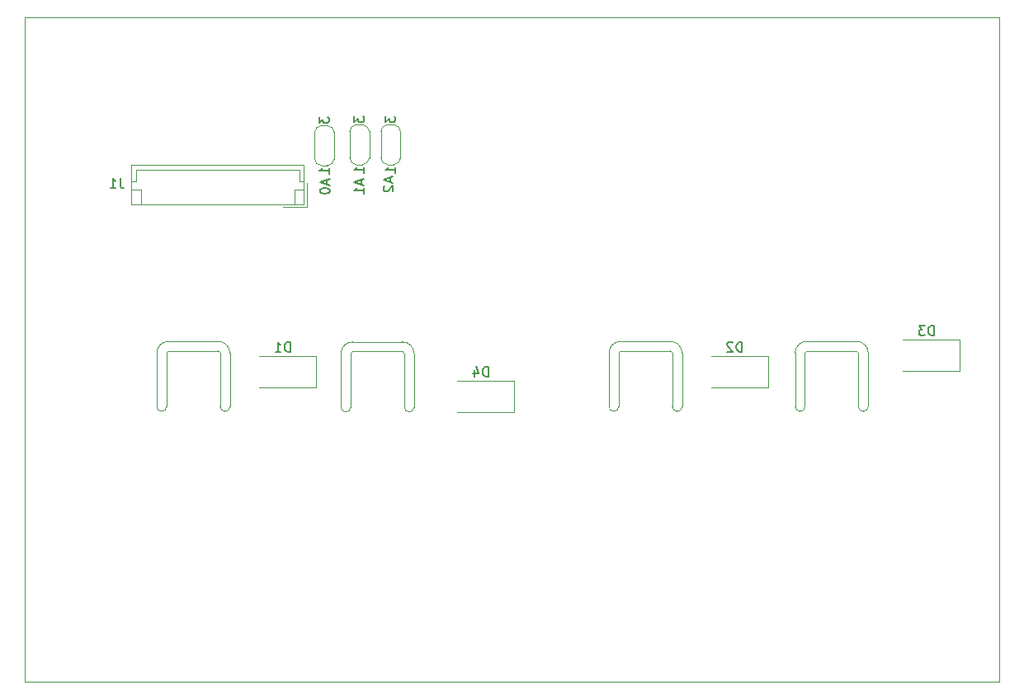
<source format=gbr>
%TF.GenerationSoftware,KiCad,Pcbnew,8.0.5*%
%TF.CreationDate,2025-03-13T20:37:10+01:00*%
%TF.ProjectId,esp32_blinds_controller,65737033-325f-4626-9c69-6e64735f636f,V0.2*%
%TF.SameCoordinates,Original*%
%TF.FileFunction,Legend,Bot*%
%TF.FilePolarity,Positive*%
%FSLAX46Y46*%
G04 Gerber Fmt 4.6, Leading zero omitted, Abs format (unit mm)*
G04 Created by KiCad (PCBNEW 8.0.5) date 2025-03-13 20:37:10*
%MOMM*%
%LPD*%
G01*
G04 APERTURE LIST*
%ADD10C,0.150000*%
%ADD11C,0.120000*%
%TA.AperFunction,Profile*%
%ADD12C,0.050000*%
%TD*%
%TA.AperFunction,Profile*%
%ADD13C,0.120000*%
%TD*%
G04 APERTURE END LIST*
D10*
X135669104Y-79785714D02*
X135669104Y-80261904D01*
X135954819Y-79690476D02*
X134954819Y-80023809D01*
X134954819Y-80023809D02*
X135954819Y-80357142D01*
X135954819Y-81214285D02*
X135954819Y-80642857D01*
X135954819Y-80928571D02*
X134954819Y-80928571D01*
X134954819Y-80928571D02*
X135097676Y-80833333D01*
X135097676Y-80833333D02*
X135192914Y-80738095D01*
X135192914Y-80738095D02*
X135240533Y-80642857D01*
X135954819Y-79085714D02*
X135954819Y-78514286D01*
X135954819Y-78800000D02*
X134954819Y-78800000D01*
X134954819Y-78800000D02*
X135097676Y-78704762D01*
X135097676Y-78704762D02*
X135192914Y-78609524D01*
X135192914Y-78609524D02*
X135240533Y-78514286D01*
X134954819Y-73266667D02*
X134954819Y-73885714D01*
X134954819Y-73885714D02*
X135335771Y-73552381D01*
X135335771Y-73552381D02*
X135335771Y-73695238D01*
X135335771Y-73695238D02*
X135383390Y-73790476D01*
X135383390Y-73790476D02*
X135431009Y-73838095D01*
X135431009Y-73838095D02*
X135526247Y-73885714D01*
X135526247Y-73885714D02*
X135764342Y-73885714D01*
X135764342Y-73885714D02*
X135859580Y-73838095D01*
X135859580Y-73838095D02*
X135907200Y-73790476D01*
X135907200Y-73790476D02*
X135954819Y-73695238D01*
X135954819Y-73695238D02*
X135954819Y-73409524D01*
X135954819Y-73409524D02*
X135907200Y-73314286D01*
X135907200Y-73314286D02*
X135859580Y-73266667D01*
X128373094Y-97469819D02*
X128373094Y-96469819D01*
X128373094Y-96469819D02*
X128134999Y-96469819D01*
X128134999Y-96469819D02*
X127992142Y-96517438D01*
X127992142Y-96517438D02*
X127896904Y-96612676D01*
X127896904Y-96612676D02*
X127849285Y-96707914D01*
X127849285Y-96707914D02*
X127801666Y-96898390D01*
X127801666Y-96898390D02*
X127801666Y-97041247D01*
X127801666Y-97041247D02*
X127849285Y-97231723D01*
X127849285Y-97231723D02*
X127896904Y-97326961D01*
X127896904Y-97326961D02*
X127992142Y-97422200D01*
X127992142Y-97422200D02*
X128134999Y-97469819D01*
X128134999Y-97469819D02*
X128373094Y-97469819D01*
X126849285Y-97469819D02*
X127420713Y-97469819D01*
X127134999Y-97469819D02*
X127134999Y-96469819D01*
X127134999Y-96469819D02*
X127230237Y-96612676D01*
X127230237Y-96612676D02*
X127325475Y-96707914D01*
X127325475Y-96707914D02*
X127420713Y-96755533D01*
X132169104Y-79785714D02*
X132169104Y-80261904D01*
X132454819Y-79690476D02*
X131454819Y-80023809D01*
X131454819Y-80023809D02*
X132454819Y-80357142D01*
X131454819Y-80880952D02*
X131454819Y-80976190D01*
X131454819Y-80976190D02*
X131502438Y-81071428D01*
X131502438Y-81071428D02*
X131550057Y-81119047D01*
X131550057Y-81119047D02*
X131645295Y-81166666D01*
X131645295Y-81166666D02*
X131835771Y-81214285D01*
X131835771Y-81214285D02*
X132073866Y-81214285D01*
X132073866Y-81214285D02*
X132264342Y-81166666D01*
X132264342Y-81166666D02*
X132359580Y-81119047D01*
X132359580Y-81119047D02*
X132407200Y-81071428D01*
X132407200Y-81071428D02*
X132454819Y-80976190D01*
X132454819Y-80976190D02*
X132454819Y-80880952D01*
X132454819Y-80880952D02*
X132407200Y-80785714D01*
X132407200Y-80785714D02*
X132359580Y-80738095D01*
X132359580Y-80738095D02*
X132264342Y-80690476D01*
X132264342Y-80690476D02*
X132073866Y-80642857D01*
X132073866Y-80642857D02*
X131835771Y-80642857D01*
X131835771Y-80642857D02*
X131645295Y-80690476D01*
X131645295Y-80690476D02*
X131550057Y-80738095D01*
X131550057Y-80738095D02*
X131502438Y-80785714D01*
X131502438Y-80785714D02*
X131454819Y-80880952D01*
X132354819Y-79185714D02*
X132354819Y-78614286D01*
X132354819Y-78900000D02*
X131354819Y-78900000D01*
X131354819Y-78900000D02*
X131497676Y-78804762D01*
X131497676Y-78804762D02*
X131592914Y-78709524D01*
X131592914Y-78709524D02*
X131640533Y-78614286D01*
X131354819Y-73366667D02*
X131354819Y-73985714D01*
X131354819Y-73985714D02*
X131735771Y-73652381D01*
X131735771Y-73652381D02*
X131735771Y-73795238D01*
X131735771Y-73795238D02*
X131783390Y-73890476D01*
X131783390Y-73890476D02*
X131831009Y-73938095D01*
X131831009Y-73938095D02*
X131926247Y-73985714D01*
X131926247Y-73985714D02*
X132164342Y-73985714D01*
X132164342Y-73985714D02*
X132259580Y-73938095D01*
X132259580Y-73938095D02*
X132307200Y-73890476D01*
X132307200Y-73890476D02*
X132354819Y-73795238D01*
X132354819Y-73795238D02*
X132354819Y-73509524D01*
X132354819Y-73509524D02*
X132307200Y-73414286D01*
X132307200Y-73414286D02*
X132259580Y-73366667D01*
X194413094Y-95794819D02*
X194413094Y-94794819D01*
X194413094Y-94794819D02*
X194174999Y-94794819D01*
X194174999Y-94794819D02*
X194032142Y-94842438D01*
X194032142Y-94842438D02*
X193936904Y-94937676D01*
X193936904Y-94937676D02*
X193889285Y-95032914D01*
X193889285Y-95032914D02*
X193841666Y-95223390D01*
X193841666Y-95223390D02*
X193841666Y-95366247D01*
X193841666Y-95366247D02*
X193889285Y-95556723D01*
X193889285Y-95556723D02*
X193936904Y-95651961D01*
X193936904Y-95651961D02*
X194032142Y-95747200D01*
X194032142Y-95747200D02*
X194174999Y-95794819D01*
X194174999Y-95794819D02*
X194413094Y-95794819D01*
X193508332Y-94794819D02*
X192889285Y-94794819D01*
X192889285Y-94794819D02*
X193222618Y-95175771D01*
X193222618Y-95175771D02*
X193079761Y-95175771D01*
X193079761Y-95175771D02*
X192984523Y-95223390D01*
X192984523Y-95223390D02*
X192936904Y-95271009D01*
X192936904Y-95271009D02*
X192889285Y-95366247D01*
X192889285Y-95366247D02*
X192889285Y-95604342D01*
X192889285Y-95604342D02*
X192936904Y-95699580D01*
X192936904Y-95699580D02*
X192984523Y-95747200D01*
X192984523Y-95747200D02*
X193079761Y-95794819D01*
X193079761Y-95794819D02*
X193365475Y-95794819D01*
X193365475Y-95794819D02*
X193460713Y-95747200D01*
X193460713Y-95747200D02*
X193508332Y-95699580D01*
X148693094Y-100009819D02*
X148693094Y-99009819D01*
X148693094Y-99009819D02*
X148454999Y-99009819D01*
X148454999Y-99009819D02*
X148312142Y-99057438D01*
X148312142Y-99057438D02*
X148216904Y-99152676D01*
X148216904Y-99152676D02*
X148169285Y-99247914D01*
X148169285Y-99247914D02*
X148121666Y-99438390D01*
X148121666Y-99438390D02*
X148121666Y-99581247D01*
X148121666Y-99581247D02*
X148169285Y-99771723D01*
X148169285Y-99771723D02*
X148216904Y-99866961D01*
X148216904Y-99866961D02*
X148312142Y-99962200D01*
X148312142Y-99962200D02*
X148454999Y-100009819D01*
X148454999Y-100009819D02*
X148693094Y-100009819D01*
X147264523Y-99343152D02*
X147264523Y-100009819D01*
X147502618Y-98962200D02*
X147740713Y-99676485D01*
X147740713Y-99676485D02*
X147121666Y-99676485D01*
X110933333Y-79654819D02*
X110933333Y-80369104D01*
X110933333Y-80369104D02*
X110980952Y-80511961D01*
X110980952Y-80511961D02*
X111076190Y-80607200D01*
X111076190Y-80607200D02*
X111219047Y-80654819D01*
X111219047Y-80654819D02*
X111314285Y-80654819D01*
X109933333Y-80654819D02*
X110504761Y-80654819D01*
X110219047Y-80654819D02*
X110219047Y-79654819D01*
X110219047Y-79654819D02*
X110314285Y-79797676D01*
X110314285Y-79797676D02*
X110409523Y-79892914D01*
X110409523Y-79892914D02*
X110504761Y-79940533D01*
X138669104Y-79585714D02*
X138669104Y-80061904D01*
X138954819Y-79490476D02*
X137954819Y-79823809D01*
X137954819Y-79823809D02*
X138954819Y-80157142D01*
X138050057Y-80442857D02*
X138002438Y-80490476D01*
X138002438Y-80490476D02*
X137954819Y-80585714D01*
X137954819Y-80585714D02*
X137954819Y-80823809D01*
X137954819Y-80823809D02*
X138002438Y-80919047D01*
X138002438Y-80919047D02*
X138050057Y-80966666D01*
X138050057Y-80966666D02*
X138145295Y-81014285D01*
X138145295Y-81014285D02*
X138240533Y-81014285D01*
X138240533Y-81014285D02*
X138383390Y-80966666D01*
X138383390Y-80966666D02*
X138954819Y-80395238D01*
X138954819Y-80395238D02*
X138954819Y-81014285D01*
X139154819Y-79085714D02*
X139154819Y-78514286D01*
X139154819Y-78800000D02*
X138154819Y-78800000D01*
X138154819Y-78800000D02*
X138297676Y-78704762D01*
X138297676Y-78704762D02*
X138392914Y-78609524D01*
X138392914Y-78609524D02*
X138440533Y-78514286D01*
X138154819Y-73266667D02*
X138154819Y-73885714D01*
X138154819Y-73885714D02*
X138535771Y-73552381D01*
X138535771Y-73552381D02*
X138535771Y-73695238D01*
X138535771Y-73695238D02*
X138583390Y-73790476D01*
X138583390Y-73790476D02*
X138631009Y-73838095D01*
X138631009Y-73838095D02*
X138726247Y-73885714D01*
X138726247Y-73885714D02*
X138964342Y-73885714D01*
X138964342Y-73885714D02*
X139059580Y-73838095D01*
X139059580Y-73838095D02*
X139107200Y-73790476D01*
X139107200Y-73790476D02*
X139154819Y-73695238D01*
X139154819Y-73695238D02*
X139154819Y-73409524D01*
X139154819Y-73409524D02*
X139107200Y-73314286D01*
X139107200Y-73314286D02*
X139059580Y-73266667D01*
X174738094Y-97469819D02*
X174738094Y-96469819D01*
X174738094Y-96469819D02*
X174499999Y-96469819D01*
X174499999Y-96469819D02*
X174357142Y-96517438D01*
X174357142Y-96517438D02*
X174261904Y-96612676D01*
X174261904Y-96612676D02*
X174214285Y-96707914D01*
X174214285Y-96707914D02*
X174166666Y-96898390D01*
X174166666Y-96898390D02*
X174166666Y-97041247D01*
X174166666Y-97041247D02*
X174214285Y-97231723D01*
X174214285Y-97231723D02*
X174261904Y-97326961D01*
X174261904Y-97326961D02*
X174357142Y-97422200D01*
X174357142Y-97422200D02*
X174499999Y-97469819D01*
X174499999Y-97469819D02*
X174738094Y-97469819D01*
X173785713Y-96565057D02*
X173738094Y-96517438D01*
X173738094Y-96517438D02*
X173642856Y-96469819D01*
X173642856Y-96469819D02*
X173404761Y-96469819D01*
X173404761Y-96469819D02*
X173309523Y-96517438D01*
X173309523Y-96517438D02*
X173261904Y-96565057D01*
X173261904Y-96565057D02*
X173214285Y-96660295D01*
X173214285Y-96660295D02*
X173214285Y-96755533D01*
X173214285Y-96755533D02*
X173261904Y-96898390D01*
X173261904Y-96898390D02*
X173833332Y-97469819D01*
X173833332Y-97469819D02*
X173214285Y-97469819D01*
D11*
%TO.C,A1*%
X134500000Y-77600000D02*
X134500000Y-74800000D01*
X135200000Y-74150000D02*
X135800000Y-74150000D01*
X135800000Y-78250000D02*
X135200000Y-78250000D01*
X136500000Y-74800000D02*
X136500000Y-77600000D01*
X134500000Y-74850000D02*
G75*
G02*
X135200000Y-74150000I700000J0D01*
G01*
X135200000Y-78250000D02*
G75*
G02*
X134500000Y-77550000I-1J699999D01*
G01*
X135800000Y-74150000D02*
G75*
G02*
X136500000Y-74850000I0J-700000D01*
G01*
X136500000Y-77550000D02*
G75*
G02*
X135800000Y-78250000I-699999J-1D01*
G01*
%TO.C,D1*%
X125235000Y-101125000D02*
X131045000Y-101125000D01*
X131045000Y-97905000D02*
X125235000Y-97905000D01*
X131045000Y-101125000D02*
X131045000Y-97905000D01*
%TO.C,A0*%
X130900000Y-77700000D02*
X130900000Y-74900000D01*
X131600000Y-74250000D02*
X132200000Y-74250000D01*
X132200000Y-78350000D02*
X131600000Y-78350000D01*
X132900000Y-74900000D02*
X132900000Y-77700000D01*
X130900000Y-74950000D02*
G75*
G02*
X131600000Y-74250000I700000J0D01*
G01*
X131600000Y-78350000D02*
G75*
G02*
X130900000Y-77650000I-1J699999D01*
G01*
X132200000Y-74250000D02*
G75*
G02*
X132900000Y-74950000I0J-700000D01*
G01*
X132900000Y-77650000D02*
G75*
G02*
X132200000Y-78350000I-699999J-1D01*
G01*
%TO.C,D3*%
X191275000Y-99450000D02*
X197085000Y-99450000D01*
X197085000Y-96230000D02*
X191275000Y-96230000D01*
X197085000Y-99450000D02*
X197085000Y-96230000D01*
%TO.C,D4*%
X145555000Y-103665000D02*
X151365000Y-103665000D01*
X151365000Y-100445000D02*
X145555000Y-100445000D01*
X151365000Y-103665000D02*
X151365000Y-100445000D01*
%TO.C,J1*%
X112090000Y-78290000D02*
X112090000Y-82310000D01*
X112090000Y-80000000D02*
X112590000Y-80000000D01*
X112090000Y-82310000D02*
X129810000Y-82310000D01*
X112590000Y-78790000D02*
X129310000Y-78790000D01*
X112590000Y-80000000D02*
X112590000Y-78790000D01*
X113090000Y-80810000D02*
X112090000Y-80810000D01*
X113090000Y-82310000D02*
X113090000Y-80810000D01*
X127610000Y-82610000D02*
X130110000Y-82610000D01*
X128810000Y-80810000D02*
X129810000Y-80810000D01*
X128810000Y-82310000D02*
X128810000Y-80810000D01*
X129310000Y-78790000D02*
X129310000Y-80000000D01*
X129310000Y-80000000D02*
X129810000Y-80000000D01*
X129810000Y-78290000D02*
X112090000Y-78290000D01*
X129810000Y-82310000D02*
X129810000Y-78290000D01*
X130110000Y-82610000D02*
X130110000Y-80110000D01*
%TO.C,A2*%
X137700000Y-77600000D02*
X137700000Y-74800000D01*
X138400000Y-74150000D02*
X139000000Y-74150000D01*
X139000000Y-78250000D02*
X138400000Y-78250000D01*
X139700000Y-74800000D02*
X139700000Y-77600000D01*
X137700000Y-74850000D02*
G75*
G02*
X138400000Y-74150000I700000J0D01*
G01*
X138400000Y-78250000D02*
G75*
G02*
X137700000Y-77550000I-1J699999D01*
G01*
X139000000Y-74150000D02*
G75*
G02*
X139700000Y-74850000I0J-700000D01*
G01*
X139700000Y-77550000D02*
G75*
G02*
X139000000Y-78250000I-699999J-1D01*
G01*
%TO.C,D2*%
X171600000Y-101125000D02*
X177410000Y-101125000D01*
X177410000Y-97905000D02*
X171600000Y-97905000D01*
X177410000Y-101125000D02*
X177410000Y-97905000D01*
%TD*%
D12*
X139900000Y-96448528D02*
G75*
G02*
X141099972Y-97648528I0J-1199972D01*
G01*
X167400000Y-96400000D02*
G75*
G02*
X168600000Y-97600000I0J-1200000D01*
G01*
X168600000Y-103100000D02*
G75*
G02*
X167600000Y-103100000I-500000J0D01*
G01*
X187700000Y-103100000D02*
X187700000Y-97600000D01*
X161100000Y-103100000D02*
X161100000Y-97600000D01*
X134600000Y-103148528D02*
X134600000Y-97648528D01*
X122200000Y-103100000D02*
G75*
G02*
X121200000Y-103100000I-500000J0D01*
G01*
X122200000Y-103100000D02*
X122200000Y-97600000D01*
X134800000Y-96448528D02*
X139900000Y-96448528D01*
X162300000Y-97400000D02*
X167400000Y-97400000D01*
X141100000Y-103148528D02*
X141100000Y-97648528D01*
X181200000Y-103100000D02*
G75*
G02*
X180200000Y-103100000I-500000J0D01*
G01*
X121000000Y-96400000D02*
G75*
G02*
X122200000Y-97600000I0J-1200000D01*
G01*
X181400000Y-97400000D02*
X186500000Y-97400000D01*
X162100000Y-97600000D02*
G75*
G02*
X162300000Y-97400000I200000J0D01*
G01*
X133600000Y-97648528D02*
G75*
G02*
X134800000Y-96448500I1200000J28D01*
G01*
X121200000Y-103100000D02*
X121200000Y-97600000D01*
X187700000Y-103100000D02*
G75*
G02*
X186700000Y-103100000I-500000J0D01*
G01*
X115900000Y-97400000D02*
X121000000Y-97400000D01*
X115700000Y-103100000D02*
X115700000Y-97600000D01*
X167400000Y-97400000D02*
G75*
G02*
X167600000Y-97600000I0J-200000D01*
G01*
X141100000Y-103148528D02*
G75*
G02*
X140100000Y-103148528I-500000J0D01*
G01*
X186700000Y-103100000D02*
X186700000Y-97600000D01*
X180200000Y-97600000D02*
G75*
G02*
X181400000Y-96400000I1200000J0D01*
G01*
X134800000Y-97448528D02*
X139900000Y-97448528D01*
X181200000Y-97600000D02*
G75*
G02*
X181400000Y-97400000I200000J0D01*
G01*
X186500000Y-97400000D02*
G75*
G02*
X186700000Y-97600000I0J-200000D01*
G01*
X162100000Y-103100000D02*
G75*
G02*
X161100000Y-103100000I-500000J0D01*
G01*
X139900000Y-97448528D02*
G75*
G02*
X140099972Y-97648528I0J-199972D01*
G01*
X115700000Y-103100000D02*
G75*
G02*
X114700000Y-103100000I-500000J0D01*
G01*
X186500000Y-96400000D02*
G75*
G02*
X187700000Y-97600000I0J-1200000D01*
G01*
X180200000Y-103100000D02*
X180200000Y-97600000D01*
X162100000Y-103100000D02*
X162100000Y-97600000D01*
X134600000Y-97648528D02*
G75*
G02*
X134800000Y-97448500I200000J28D01*
G01*
X115900000Y-96400000D02*
X121000000Y-96400000D01*
X121000000Y-97400000D02*
G75*
G02*
X121200000Y-97600000I0J-200000D01*
G01*
X140100000Y-103148528D02*
X140100000Y-97648528D01*
X181200000Y-103100000D02*
X181200000Y-97600000D01*
X114700000Y-103100000D02*
X114700000Y-97600000D01*
X168600000Y-103100000D02*
X168600000Y-97600000D01*
X162300000Y-96400000D02*
X167400000Y-96400000D01*
X167600000Y-103100000D02*
X167600000Y-97600000D01*
X161100000Y-97600000D02*
G75*
G02*
X162300000Y-96400000I1200000J0D01*
G01*
X134600000Y-103148528D02*
G75*
G02*
X133600000Y-103148528I-500000J0D01*
G01*
X181400000Y-96400000D02*
X186500000Y-96400000D01*
X115700000Y-97600000D02*
G75*
G02*
X115900000Y-97400000I200000J0D01*
G01*
X114700000Y-97600000D02*
G75*
G02*
X115900000Y-96400000I1200000J0D01*
G01*
X133600000Y-103148528D02*
X133600000Y-97648528D01*
D13*
%TO.C,MOD1*%
X101175000Y-63120000D02*
X101175000Y-131370000D01*
X101175000Y-131370000D02*
X201175000Y-131370000D01*
X201175000Y-63120000D02*
X101175000Y-63120000D01*
X201175000Y-131370000D02*
X201175000Y-63120000D01*
%TD*%
M02*

</source>
